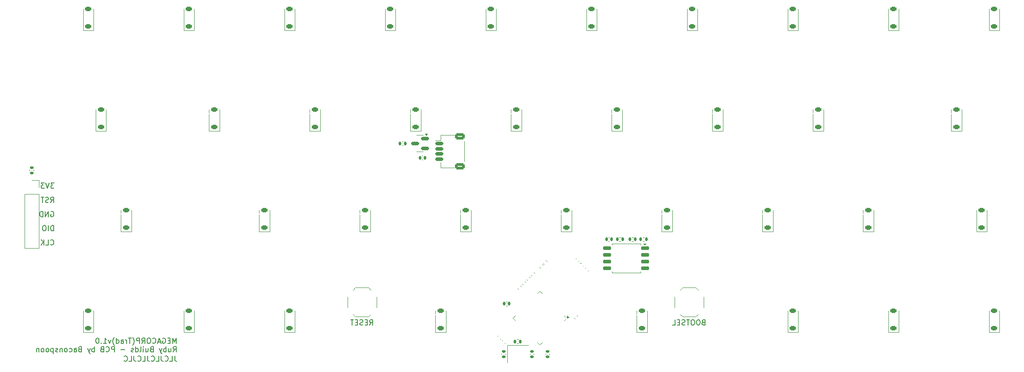
<source format=gbo>
%TF.GenerationSoftware,KiCad,Pcbnew,8.0.5*%
%TF.CreationDate,2024-10-22T20:51:29-04:00*%
%TF.ProjectId,trad,74726164-2e6b-4696-9361-645f70636258,rev?*%
%TF.SameCoordinates,PX1c62fe0PY650e7e0*%
%TF.FileFunction,Legend,Bot*%
%TF.FilePolarity,Positive*%
%FSLAX46Y46*%
G04 Gerber Fmt 4.6, Leading zero omitted, Abs format (unit mm)*
G04 Created by KiCad (PCBNEW 8.0.5) date 2024-10-22 20:51:29*
%MOMM*%
%LPD*%
G01*
G04 APERTURE LIST*
G04 Aperture macros list*
%AMRoundRect*
0 Rectangle with rounded corners*
0 $1 Rounding radius*
0 $2 $3 $4 $5 $6 $7 $8 $9 X,Y pos of 4 corners*
0 Add a 4 corners polygon primitive as box body*
4,1,4,$2,$3,$4,$5,$6,$7,$8,$9,$2,$3,0*
0 Add four circle primitives for the rounded corners*
1,1,$1+$1,$2,$3*
1,1,$1+$1,$4,$5*
1,1,$1+$1,$6,$7*
1,1,$1+$1,$8,$9*
0 Add four rect primitives between the rounded corners*
20,1,$1+$1,$2,$3,$4,$5,0*
20,1,$1+$1,$4,$5,$6,$7,0*
20,1,$1+$1,$6,$7,$8,$9,0*
20,1,$1+$1,$8,$9,$2,$3,0*%
%AMHorizOval*
0 Thick line with rounded ends*
0 $1 width*
0 $2 $3 position (X,Y) of the first rounded end (center of the circle)*
0 $4 $5 position (X,Y) of the second rounded end (center of the circle)*
0 Add line between two ends*
20,1,$1,$2,$3,$4,$5,0*
0 Add two circle primitives to create the rounded ends*
1,1,$1,$2,$3*
1,1,$1,$4,$5*%
%AMRotRect*
0 Rectangle, with rotation*
0 The origin of the aperture is its center*
0 $1 length*
0 $2 width*
0 $3 Rotation angle, in degrees counterclockwise*
0 Add horizontal line*
21,1,$1,$2,0,0,$3*%
G04 Aperture macros list end*
%ADD10C,0.150000*%
%ADD11C,0.120000*%
%ADD12C,1.750000*%
%ADD13C,4.000000*%
%ADD14HorizOval,2.500000X0.656270X0.728862X-0.656270X-0.728862X0*%
%ADD15C,2.500000*%
%ADD16HorizOval,2.500000X0.020277X0.289981X-0.020277X-0.289981X0*%
%ADD17C,3.987800*%
%ADD18C,3.048000*%
%ADD19RoundRect,0.140000X0.219203X0.021213X0.021213X0.219203X-0.219203X-0.021213X-0.021213X-0.219203X0*%
%ADD20RoundRect,0.225000X0.375000X-0.225000X0.375000X0.225000X-0.375000X0.225000X-0.375000X-0.225000X0*%
%ADD21RoundRect,0.140000X-0.021213X0.219203X-0.219203X0.021213X0.021213X-0.219203X0.219203X-0.021213X0*%
%ADD22R,1.700000X1.000000*%
%ADD23RoundRect,0.135000X-0.135000X-0.185000X0.135000X-0.185000X0.135000X0.185000X-0.135000X0.185000X0*%
%ADD24RoundRect,0.140000X0.140000X0.170000X-0.140000X0.170000X-0.140000X-0.170000X0.140000X-0.170000X0*%
%ADD25RoundRect,0.150000X0.650000X0.150000X-0.650000X0.150000X-0.650000X-0.150000X0.650000X-0.150000X0*%
%ADD26RoundRect,0.140000X0.170000X-0.140000X0.170000X0.140000X-0.170000X0.140000X-0.170000X-0.140000X0*%
%ADD27RoundRect,0.150000X0.587500X0.150000X-0.587500X0.150000X-0.587500X-0.150000X0.587500X-0.150000X0*%
%ADD28R,1.400000X1.200000*%
%ADD29RoundRect,0.135000X-0.226274X-0.035355X-0.035355X-0.226274X0.226274X0.035355X0.035355X0.226274X0*%
%ADD30RoundRect,0.140000X0.021213X-0.219203X0.219203X-0.021213X-0.021213X0.219203X-0.219203X0.021213X0*%
%ADD31R,1.700000X1.700000*%
%ADD32O,1.700000X1.700000*%
%ADD33RoundRect,0.140000X-0.170000X0.140000X-0.170000X-0.140000X0.170000X-0.140000X0.170000X0.140000X0*%
%ADD34RoundRect,0.150000X-0.625000X0.150000X-0.625000X-0.150000X0.625000X-0.150000X0.625000X0.150000X0*%
%ADD35RoundRect,0.250000X-0.650000X0.350000X-0.650000X-0.350000X0.650000X-0.350000X0.650000X0.350000X0*%
%ADD36RoundRect,0.140000X-0.140000X-0.170000X0.140000X-0.170000X0.140000X0.170000X-0.140000X0.170000X0*%
%ADD37RoundRect,0.135000X0.185000X-0.135000X0.185000X0.135000X-0.185000X0.135000X-0.185000X-0.135000X0*%
%ADD38RoundRect,0.140000X-0.219203X-0.021213X-0.021213X-0.219203X0.219203X0.021213X0.021213X0.219203X0*%
%ADD39RoundRect,0.050000X0.309359X-0.238649X-0.238649X0.309359X-0.309359X0.238649X0.238649X-0.309359X0*%
%ADD40RoundRect,0.050000X0.309359X0.238649X0.238649X0.309359X-0.309359X-0.238649X-0.238649X-0.309359X0*%
%ADD41RotRect,3.200000X3.200000X135.000000*%
G04 APERTURE END LIST*
D10*
X5390187Y29062226D02*
X5485425Y29109845D01*
X5485425Y29109845D02*
X5628282Y29109845D01*
X5628282Y29109845D02*
X5771139Y29062226D01*
X5771139Y29062226D02*
X5866377Y28966988D01*
X5866377Y28966988D02*
X5913996Y28871750D01*
X5913996Y28871750D02*
X5961615Y28681274D01*
X5961615Y28681274D02*
X5961615Y28538417D01*
X5961615Y28538417D02*
X5913996Y28347941D01*
X5913996Y28347941D02*
X5866377Y28252703D01*
X5866377Y28252703D02*
X5771139Y28157464D01*
X5771139Y28157464D02*
X5628282Y28109845D01*
X5628282Y28109845D02*
X5533044Y28109845D01*
X5533044Y28109845D02*
X5390187Y28157464D01*
X5390187Y28157464D02*
X5342568Y28205084D01*
X5342568Y28205084D02*
X5342568Y28538417D01*
X5342568Y28538417D02*
X5533044Y28538417D01*
X4913996Y28109845D02*
X4913996Y29109845D01*
X4913996Y29109845D02*
X4342568Y28109845D01*
X4342568Y28109845D02*
X4342568Y29109845D01*
X3866377Y28109845D02*
X3866377Y29109845D01*
X3866377Y29109845D02*
X3628282Y29109845D01*
X3628282Y29109845D02*
X3485425Y29062226D01*
X3485425Y29062226D02*
X3390187Y28966988D01*
X3390187Y28966988D02*
X3342568Y28871750D01*
X3342568Y28871750D02*
X3294949Y28681274D01*
X3294949Y28681274D02*
X3294949Y28538417D01*
X3294949Y28538417D02*
X3342568Y28347941D01*
X3342568Y28347941D02*
X3390187Y28252703D01*
X3390187Y28252703D02*
X3485425Y28157464D01*
X3485425Y28157464D02*
X3628282Y28109845D01*
X3628282Y28109845D02*
X3866377Y28109845D01*
X29131164Y4121373D02*
X29131164Y5121373D01*
X29131164Y5121373D02*
X28797831Y4407088D01*
X28797831Y4407088D02*
X28464498Y5121373D01*
X28464498Y5121373D02*
X28464498Y4121373D01*
X27988307Y4645183D02*
X27654974Y4645183D01*
X27512117Y4121373D02*
X27988307Y4121373D01*
X27988307Y4121373D02*
X27988307Y5121373D01*
X27988307Y5121373D02*
X27512117Y5121373D01*
X26559736Y5073754D02*
X26654974Y5121373D01*
X26654974Y5121373D02*
X26797831Y5121373D01*
X26797831Y5121373D02*
X26940688Y5073754D01*
X26940688Y5073754D02*
X27035926Y4978516D01*
X27035926Y4978516D02*
X27083545Y4883278D01*
X27083545Y4883278D02*
X27131164Y4692802D01*
X27131164Y4692802D02*
X27131164Y4549945D01*
X27131164Y4549945D02*
X27083545Y4359469D01*
X27083545Y4359469D02*
X27035926Y4264231D01*
X27035926Y4264231D02*
X26940688Y4168992D01*
X26940688Y4168992D02*
X26797831Y4121373D01*
X26797831Y4121373D02*
X26702593Y4121373D01*
X26702593Y4121373D02*
X26559736Y4168992D01*
X26559736Y4168992D02*
X26512117Y4216612D01*
X26512117Y4216612D02*
X26512117Y4549945D01*
X26512117Y4549945D02*
X26702593Y4549945D01*
X26131164Y4407088D02*
X25654974Y4407088D01*
X26226402Y4121373D02*
X25893069Y5121373D01*
X25893069Y5121373D02*
X25559736Y4121373D01*
X24654974Y4216612D02*
X24702593Y4168992D01*
X24702593Y4168992D02*
X24845450Y4121373D01*
X24845450Y4121373D02*
X24940688Y4121373D01*
X24940688Y4121373D02*
X25083545Y4168992D01*
X25083545Y4168992D02*
X25178783Y4264231D01*
X25178783Y4264231D02*
X25226402Y4359469D01*
X25226402Y4359469D02*
X25274021Y4549945D01*
X25274021Y4549945D02*
X25274021Y4692802D01*
X25274021Y4692802D02*
X25226402Y4883278D01*
X25226402Y4883278D02*
X25178783Y4978516D01*
X25178783Y4978516D02*
X25083545Y5073754D01*
X25083545Y5073754D02*
X24940688Y5121373D01*
X24940688Y5121373D02*
X24845450Y5121373D01*
X24845450Y5121373D02*
X24702593Y5073754D01*
X24702593Y5073754D02*
X24654974Y5026135D01*
X24035926Y5121373D02*
X23845450Y5121373D01*
X23845450Y5121373D02*
X23750212Y5073754D01*
X23750212Y5073754D02*
X23654974Y4978516D01*
X23654974Y4978516D02*
X23607355Y4788040D01*
X23607355Y4788040D02*
X23607355Y4454707D01*
X23607355Y4454707D02*
X23654974Y4264231D01*
X23654974Y4264231D02*
X23750212Y4168992D01*
X23750212Y4168992D02*
X23845450Y4121373D01*
X23845450Y4121373D02*
X24035926Y4121373D01*
X24035926Y4121373D02*
X24131164Y4168992D01*
X24131164Y4168992D02*
X24226402Y4264231D01*
X24226402Y4264231D02*
X24274021Y4454707D01*
X24274021Y4454707D02*
X24274021Y4788040D01*
X24274021Y4788040D02*
X24226402Y4978516D01*
X24226402Y4978516D02*
X24131164Y5073754D01*
X24131164Y5073754D02*
X24035926Y5121373D01*
X22607355Y4121373D02*
X22940688Y4597564D01*
X23178783Y4121373D02*
X23178783Y5121373D01*
X23178783Y5121373D02*
X22797831Y5121373D01*
X22797831Y5121373D02*
X22702593Y5073754D01*
X22702593Y5073754D02*
X22654974Y5026135D01*
X22654974Y5026135D02*
X22607355Y4930897D01*
X22607355Y4930897D02*
X22607355Y4788040D01*
X22607355Y4788040D02*
X22654974Y4692802D01*
X22654974Y4692802D02*
X22702593Y4645183D01*
X22702593Y4645183D02*
X22797831Y4597564D01*
X22797831Y4597564D02*
X23178783Y4597564D01*
X22178783Y4121373D02*
X22178783Y5121373D01*
X22178783Y5121373D02*
X21797831Y5121373D01*
X21797831Y5121373D02*
X21702593Y5073754D01*
X21702593Y5073754D02*
X21654974Y5026135D01*
X21654974Y5026135D02*
X21607355Y4930897D01*
X21607355Y4930897D02*
X21607355Y4788040D01*
X21607355Y4788040D02*
X21654974Y4692802D01*
X21654974Y4692802D02*
X21702593Y4645183D01*
X21702593Y4645183D02*
X21797831Y4597564D01*
X21797831Y4597564D02*
X22178783Y4597564D01*
X20893069Y3740421D02*
X20940688Y3788040D01*
X20940688Y3788040D02*
X21035926Y3930897D01*
X21035926Y3930897D02*
X21083545Y4026135D01*
X21083545Y4026135D02*
X21131164Y4168992D01*
X21131164Y4168992D02*
X21178783Y4407088D01*
X21178783Y4407088D02*
X21178783Y4597564D01*
X21178783Y4597564D02*
X21131164Y4835659D01*
X21131164Y4835659D02*
X21083545Y4978516D01*
X21083545Y4978516D02*
X21035926Y5073754D01*
X21035926Y5073754D02*
X20940688Y5216612D01*
X20940688Y5216612D02*
X20893069Y5264231D01*
X20654973Y5121373D02*
X20083545Y5121373D01*
X20369259Y4121373D02*
X20369259Y5121373D01*
X19750211Y4121373D02*
X19750211Y4788040D01*
X19750211Y4597564D02*
X19702592Y4692802D01*
X19702592Y4692802D02*
X19654973Y4740421D01*
X19654973Y4740421D02*
X19559735Y4788040D01*
X19559735Y4788040D02*
X19464497Y4788040D01*
X18702592Y4121373D02*
X18702592Y4645183D01*
X18702592Y4645183D02*
X18750211Y4740421D01*
X18750211Y4740421D02*
X18845449Y4788040D01*
X18845449Y4788040D02*
X19035925Y4788040D01*
X19035925Y4788040D02*
X19131163Y4740421D01*
X18702592Y4168992D02*
X18797830Y4121373D01*
X18797830Y4121373D02*
X19035925Y4121373D01*
X19035925Y4121373D02*
X19131163Y4168992D01*
X19131163Y4168992D02*
X19178782Y4264231D01*
X19178782Y4264231D02*
X19178782Y4359469D01*
X19178782Y4359469D02*
X19131163Y4454707D01*
X19131163Y4454707D02*
X19035925Y4502326D01*
X19035925Y4502326D02*
X18797830Y4502326D01*
X18797830Y4502326D02*
X18702592Y4549945D01*
X17797830Y4121373D02*
X17797830Y5121373D01*
X17797830Y4168992D02*
X17893068Y4121373D01*
X17893068Y4121373D02*
X18083544Y4121373D01*
X18083544Y4121373D02*
X18178782Y4168992D01*
X18178782Y4168992D02*
X18226401Y4216612D01*
X18226401Y4216612D02*
X18274020Y4311850D01*
X18274020Y4311850D02*
X18274020Y4597564D01*
X18274020Y4597564D02*
X18226401Y4692802D01*
X18226401Y4692802D02*
X18178782Y4740421D01*
X18178782Y4740421D02*
X18083544Y4788040D01*
X18083544Y4788040D02*
X17893068Y4788040D01*
X17893068Y4788040D02*
X17797830Y4740421D01*
X17416877Y3740421D02*
X17369258Y3788040D01*
X17369258Y3788040D02*
X17274020Y3930897D01*
X17274020Y3930897D02*
X17226401Y4026135D01*
X17226401Y4026135D02*
X17178782Y4168992D01*
X17178782Y4168992D02*
X17131163Y4407088D01*
X17131163Y4407088D02*
X17131163Y4597564D01*
X17131163Y4597564D02*
X17178782Y4835659D01*
X17178782Y4835659D02*
X17226401Y4978516D01*
X17226401Y4978516D02*
X17274020Y5073754D01*
X17274020Y5073754D02*
X17369258Y5216612D01*
X17369258Y5216612D02*
X17416877Y5264231D01*
X16750210Y4788040D02*
X16512115Y4121373D01*
X16512115Y4121373D02*
X16274020Y4788040D01*
X15369258Y4121373D02*
X15940686Y4121373D01*
X15654972Y4121373D02*
X15654972Y5121373D01*
X15654972Y5121373D02*
X15750210Y4978516D01*
X15750210Y4978516D02*
X15845448Y4883278D01*
X15845448Y4883278D02*
X15940686Y4835659D01*
X14940686Y4216612D02*
X14893067Y4168992D01*
X14893067Y4168992D02*
X14940686Y4121373D01*
X14940686Y4121373D02*
X14988305Y4168992D01*
X14988305Y4168992D02*
X14940686Y4216612D01*
X14940686Y4216612D02*
X14940686Y4121373D01*
X14274020Y5121373D02*
X14178782Y5121373D01*
X14178782Y5121373D02*
X14083544Y5073754D01*
X14083544Y5073754D02*
X14035925Y5026135D01*
X14035925Y5026135D02*
X13988306Y4930897D01*
X13988306Y4930897D02*
X13940687Y4740421D01*
X13940687Y4740421D02*
X13940687Y4502326D01*
X13940687Y4502326D02*
X13988306Y4311850D01*
X13988306Y4311850D02*
X14035925Y4216612D01*
X14035925Y4216612D02*
X14083544Y4168992D01*
X14083544Y4168992D02*
X14178782Y4121373D01*
X14178782Y4121373D02*
X14274020Y4121373D01*
X14274020Y4121373D02*
X14369258Y4168992D01*
X14369258Y4168992D02*
X14416877Y4216612D01*
X14416877Y4216612D02*
X14464496Y4311850D01*
X14464496Y4311850D02*
X14512115Y4502326D01*
X14512115Y4502326D02*
X14512115Y4740421D01*
X14512115Y4740421D02*
X14464496Y4930897D01*
X14464496Y4930897D02*
X14416877Y5026135D01*
X14416877Y5026135D02*
X14369258Y5073754D01*
X14369258Y5073754D02*
X14274020Y5121373D01*
X28559736Y2511429D02*
X28893069Y2987620D01*
X29131164Y2511429D02*
X29131164Y3511429D01*
X29131164Y3511429D02*
X28750212Y3511429D01*
X28750212Y3511429D02*
X28654974Y3463810D01*
X28654974Y3463810D02*
X28607355Y3416191D01*
X28607355Y3416191D02*
X28559736Y3320953D01*
X28559736Y3320953D02*
X28559736Y3178096D01*
X28559736Y3178096D02*
X28607355Y3082858D01*
X28607355Y3082858D02*
X28654974Y3035239D01*
X28654974Y3035239D02*
X28750212Y2987620D01*
X28750212Y2987620D02*
X29131164Y2987620D01*
X27702593Y3178096D02*
X27702593Y2511429D01*
X28131164Y3178096D02*
X28131164Y2654287D01*
X28131164Y2654287D02*
X28083545Y2559048D01*
X28083545Y2559048D02*
X27988307Y2511429D01*
X27988307Y2511429D02*
X27845450Y2511429D01*
X27845450Y2511429D02*
X27750212Y2559048D01*
X27750212Y2559048D02*
X27702593Y2606668D01*
X27226402Y2511429D02*
X27226402Y3511429D01*
X27226402Y3130477D02*
X27131164Y3178096D01*
X27131164Y3178096D02*
X26940688Y3178096D01*
X26940688Y3178096D02*
X26845450Y3130477D01*
X26845450Y3130477D02*
X26797831Y3082858D01*
X26797831Y3082858D02*
X26750212Y2987620D01*
X26750212Y2987620D02*
X26750212Y2701906D01*
X26750212Y2701906D02*
X26797831Y2606668D01*
X26797831Y2606668D02*
X26845450Y2559048D01*
X26845450Y2559048D02*
X26940688Y2511429D01*
X26940688Y2511429D02*
X27131164Y2511429D01*
X27131164Y2511429D02*
X27226402Y2559048D01*
X26416878Y3178096D02*
X26178783Y2511429D01*
X25940688Y3178096D02*
X26178783Y2511429D01*
X26178783Y2511429D02*
X26274021Y2273334D01*
X26274021Y2273334D02*
X26321640Y2225715D01*
X26321640Y2225715D02*
X26416878Y2178096D01*
X24464497Y3035239D02*
X24321640Y2987620D01*
X24321640Y2987620D02*
X24274021Y2940001D01*
X24274021Y2940001D02*
X24226402Y2844763D01*
X24226402Y2844763D02*
X24226402Y2701906D01*
X24226402Y2701906D02*
X24274021Y2606668D01*
X24274021Y2606668D02*
X24321640Y2559048D01*
X24321640Y2559048D02*
X24416878Y2511429D01*
X24416878Y2511429D02*
X24797830Y2511429D01*
X24797830Y2511429D02*
X24797830Y3511429D01*
X24797830Y3511429D02*
X24464497Y3511429D01*
X24464497Y3511429D02*
X24369259Y3463810D01*
X24369259Y3463810D02*
X24321640Y3416191D01*
X24321640Y3416191D02*
X24274021Y3320953D01*
X24274021Y3320953D02*
X24274021Y3225715D01*
X24274021Y3225715D02*
X24321640Y3130477D01*
X24321640Y3130477D02*
X24369259Y3082858D01*
X24369259Y3082858D02*
X24464497Y3035239D01*
X24464497Y3035239D02*
X24797830Y3035239D01*
X23369259Y3178096D02*
X23369259Y2511429D01*
X23797830Y3178096D02*
X23797830Y2654287D01*
X23797830Y2654287D02*
X23750211Y2559048D01*
X23750211Y2559048D02*
X23654973Y2511429D01*
X23654973Y2511429D02*
X23512116Y2511429D01*
X23512116Y2511429D02*
X23416878Y2559048D01*
X23416878Y2559048D02*
X23369259Y2606668D01*
X22893068Y2511429D02*
X22893068Y3178096D01*
X22893068Y3511429D02*
X22940687Y3463810D01*
X22940687Y3463810D02*
X22893068Y3416191D01*
X22893068Y3416191D02*
X22845449Y3463810D01*
X22845449Y3463810D02*
X22893068Y3511429D01*
X22893068Y3511429D02*
X22893068Y3416191D01*
X22274021Y2511429D02*
X22369259Y2559048D01*
X22369259Y2559048D02*
X22416878Y2654287D01*
X22416878Y2654287D02*
X22416878Y3511429D01*
X21464497Y2511429D02*
X21464497Y3511429D01*
X21464497Y2559048D02*
X21559735Y2511429D01*
X21559735Y2511429D02*
X21750211Y2511429D01*
X21750211Y2511429D02*
X21845449Y2559048D01*
X21845449Y2559048D02*
X21893068Y2606668D01*
X21893068Y2606668D02*
X21940687Y2701906D01*
X21940687Y2701906D02*
X21940687Y2987620D01*
X21940687Y2987620D02*
X21893068Y3082858D01*
X21893068Y3082858D02*
X21845449Y3130477D01*
X21845449Y3130477D02*
X21750211Y3178096D01*
X21750211Y3178096D02*
X21559735Y3178096D01*
X21559735Y3178096D02*
X21464497Y3130477D01*
X21035925Y2559048D02*
X20940687Y2511429D01*
X20940687Y2511429D02*
X20750211Y2511429D01*
X20750211Y2511429D02*
X20654973Y2559048D01*
X20654973Y2559048D02*
X20607354Y2654287D01*
X20607354Y2654287D02*
X20607354Y2701906D01*
X20607354Y2701906D02*
X20654973Y2797144D01*
X20654973Y2797144D02*
X20750211Y2844763D01*
X20750211Y2844763D02*
X20893068Y2844763D01*
X20893068Y2844763D02*
X20988306Y2892382D01*
X20988306Y2892382D02*
X21035925Y2987620D01*
X21035925Y2987620D02*
X21035925Y3035239D01*
X21035925Y3035239D02*
X20988306Y3130477D01*
X20988306Y3130477D02*
X20893068Y3178096D01*
X20893068Y3178096D02*
X20750211Y3178096D01*
X20750211Y3178096D02*
X20654973Y3130477D01*
X19416877Y2892382D02*
X18654973Y2892382D01*
X17416877Y2511429D02*
X17416877Y3511429D01*
X17416877Y3511429D02*
X17035925Y3511429D01*
X17035925Y3511429D02*
X16940687Y3463810D01*
X16940687Y3463810D02*
X16893068Y3416191D01*
X16893068Y3416191D02*
X16845449Y3320953D01*
X16845449Y3320953D02*
X16845449Y3178096D01*
X16845449Y3178096D02*
X16893068Y3082858D01*
X16893068Y3082858D02*
X16940687Y3035239D01*
X16940687Y3035239D02*
X17035925Y2987620D01*
X17035925Y2987620D02*
X17416877Y2987620D01*
X15845449Y2606668D02*
X15893068Y2559048D01*
X15893068Y2559048D02*
X16035925Y2511429D01*
X16035925Y2511429D02*
X16131163Y2511429D01*
X16131163Y2511429D02*
X16274020Y2559048D01*
X16274020Y2559048D02*
X16369258Y2654287D01*
X16369258Y2654287D02*
X16416877Y2749525D01*
X16416877Y2749525D02*
X16464496Y2940001D01*
X16464496Y2940001D02*
X16464496Y3082858D01*
X16464496Y3082858D02*
X16416877Y3273334D01*
X16416877Y3273334D02*
X16369258Y3368572D01*
X16369258Y3368572D02*
X16274020Y3463810D01*
X16274020Y3463810D02*
X16131163Y3511429D01*
X16131163Y3511429D02*
X16035925Y3511429D01*
X16035925Y3511429D02*
X15893068Y3463810D01*
X15893068Y3463810D02*
X15845449Y3416191D01*
X15083544Y3035239D02*
X14940687Y2987620D01*
X14940687Y2987620D02*
X14893068Y2940001D01*
X14893068Y2940001D02*
X14845449Y2844763D01*
X14845449Y2844763D02*
X14845449Y2701906D01*
X14845449Y2701906D02*
X14893068Y2606668D01*
X14893068Y2606668D02*
X14940687Y2559048D01*
X14940687Y2559048D02*
X15035925Y2511429D01*
X15035925Y2511429D02*
X15416877Y2511429D01*
X15416877Y2511429D02*
X15416877Y3511429D01*
X15416877Y3511429D02*
X15083544Y3511429D01*
X15083544Y3511429D02*
X14988306Y3463810D01*
X14988306Y3463810D02*
X14940687Y3416191D01*
X14940687Y3416191D02*
X14893068Y3320953D01*
X14893068Y3320953D02*
X14893068Y3225715D01*
X14893068Y3225715D02*
X14940687Y3130477D01*
X14940687Y3130477D02*
X14988306Y3082858D01*
X14988306Y3082858D02*
X15083544Y3035239D01*
X15083544Y3035239D02*
X15416877Y3035239D01*
X13654972Y2511429D02*
X13654972Y3511429D01*
X13654972Y3130477D02*
X13559734Y3178096D01*
X13559734Y3178096D02*
X13369258Y3178096D01*
X13369258Y3178096D02*
X13274020Y3130477D01*
X13274020Y3130477D02*
X13226401Y3082858D01*
X13226401Y3082858D02*
X13178782Y2987620D01*
X13178782Y2987620D02*
X13178782Y2701906D01*
X13178782Y2701906D02*
X13226401Y2606668D01*
X13226401Y2606668D02*
X13274020Y2559048D01*
X13274020Y2559048D02*
X13369258Y2511429D01*
X13369258Y2511429D02*
X13559734Y2511429D01*
X13559734Y2511429D02*
X13654972Y2559048D01*
X12845448Y3178096D02*
X12607353Y2511429D01*
X12369258Y3178096D02*
X12607353Y2511429D01*
X12607353Y2511429D02*
X12702591Y2273334D01*
X12702591Y2273334D02*
X12750210Y2225715D01*
X12750210Y2225715D02*
X12845448Y2178096D01*
X10893067Y3035239D02*
X10750210Y2987620D01*
X10750210Y2987620D02*
X10702591Y2940001D01*
X10702591Y2940001D02*
X10654972Y2844763D01*
X10654972Y2844763D02*
X10654972Y2701906D01*
X10654972Y2701906D02*
X10702591Y2606668D01*
X10702591Y2606668D02*
X10750210Y2559048D01*
X10750210Y2559048D02*
X10845448Y2511429D01*
X10845448Y2511429D02*
X11226400Y2511429D01*
X11226400Y2511429D02*
X11226400Y3511429D01*
X11226400Y3511429D02*
X10893067Y3511429D01*
X10893067Y3511429D02*
X10797829Y3463810D01*
X10797829Y3463810D02*
X10750210Y3416191D01*
X10750210Y3416191D02*
X10702591Y3320953D01*
X10702591Y3320953D02*
X10702591Y3225715D01*
X10702591Y3225715D02*
X10750210Y3130477D01*
X10750210Y3130477D02*
X10797829Y3082858D01*
X10797829Y3082858D02*
X10893067Y3035239D01*
X10893067Y3035239D02*
X11226400Y3035239D01*
X9797829Y2511429D02*
X9797829Y3035239D01*
X9797829Y3035239D02*
X9845448Y3130477D01*
X9845448Y3130477D02*
X9940686Y3178096D01*
X9940686Y3178096D02*
X10131162Y3178096D01*
X10131162Y3178096D02*
X10226400Y3130477D01*
X9797829Y2559048D02*
X9893067Y2511429D01*
X9893067Y2511429D02*
X10131162Y2511429D01*
X10131162Y2511429D02*
X10226400Y2559048D01*
X10226400Y2559048D02*
X10274019Y2654287D01*
X10274019Y2654287D02*
X10274019Y2749525D01*
X10274019Y2749525D02*
X10226400Y2844763D01*
X10226400Y2844763D02*
X10131162Y2892382D01*
X10131162Y2892382D02*
X9893067Y2892382D01*
X9893067Y2892382D02*
X9797829Y2940001D01*
X8893067Y2559048D02*
X8988305Y2511429D01*
X8988305Y2511429D02*
X9178781Y2511429D01*
X9178781Y2511429D02*
X9274019Y2559048D01*
X9274019Y2559048D02*
X9321638Y2606668D01*
X9321638Y2606668D02*
X9369257Y2701906D01*
X9369257Y2701906D02*
X9369257Y2987620D01*
X9369257Y2987620D02*
X9321638Y3082858D01*
X9321638Y3082858D02*
X9274019Y3130477D01*
X9274019Y3130477D02*
X9178781Y3178096D01*
X9178781Y3178096D02*
X8988305Y3178096D01*
X8988305Y3178096D02*
X8893067Y3130477D01*
X8321638Y2511429D02*
X8416876Y2559048D01*
X8416876Y2559048D02*
X8464495Y2606668D01*
X8464495Y2606668D02*
X8512114Y2701906D01*
X8512114Y2701906D02*
X8512114Y2987620D01*
X8512114Y2987620D02*
X8464495Y3082858D01*
X8464495Y3082858D02*
X8416876Y3130477D01*
X8416876Y3130477D02*
X8321638Y3178096D01*
X8321638Y3178096D02*
X8178781Y3178096D01*
X8178781Y3178096D02*
X8083543Y3130477D01*
X8083543Y3130477D02*
X8035924Y3082858D01*
X8035924Y3082858D02*
X7988305Y2987620D01*
X7988305Y2987620D02*
X7988305Y2701906D01*
X7988305Y2701906D02*
X8035924Y2606668D01*
X8035924Y2606668D02*
X8083543Y2559048D01*
X8083543Y2559048D02*
X8178781Y2511429D01*
X8178781Y2511429D02*
X8321638Y2511429D01*
X7559733Y3178096D02*
X7559733Y2511429D01*
X7559733Y3082858D02*
X7512114Y3130477D01*
X7512114Y3130477D02*
X7416876Y3178096D01*
X7416876Y3178096D02*
X7274019Y3178096D01*
X7274019Y3178096D02*
X7178781Y3130477D01*
X7178781Y3130477D02*
X7131162Y3035239D01*
X7131162Y3035239D02*
X7131162Y2511429D01*
X6702590Y2559048D02*
X6607352Y2511429D01*
X6607352Y2511429D02*
X6416876Y2511429D01*
X6416876Y2511429D02*
X6321638Y2559048D01*
X6321638Y2559048D02*
X6274019Y2654287D01*
X6274019Y2654287D02*
X6274019Y2701906D01*
X6274019Y2701906D02*
X6321638Y2797144D01*
X6321638Y2797144D02*
X6416876Y2844763D01*
X6416876Y2844763D02*
X6559733Y2844763D01*
X6559733Y2844763D02*
X6654971Y2892382D01*
X6654971Y2892382D02*
X6702590Y2987620D01*
X6702590Y2987620D02*
X6702590Y3035239D01*
X6702590Y3035239D02*
X6654971Y3130477D01*
X6654971Y3130477D02*
X6559733Y3178096D01*
X6559733Y3178096D02*
X6416876Y3178096D01*
X6416876Y3178096D02*
X6321638Y3130477D01*
X5845447Y3178096D02*
X5845447Y2178096D01*
X5845447Y3130477D02*
X5750209Y3178096D01*
X5750209Y3178096D02*
X5559733Y3178096D01*
X5559733Y3178096D02*
X5464495Y3130477D01*
X5464495Y3130477D02*
X5416876Y3082858D01*
X5416876Y3082858D02*
X5369257Y2987620D01*
X5369257Y2987620D02*
X5369257Y2701906D01*
X5369257Y2701906D02*
X5416876Y2606668D01*
X5416876Y2606668D02*
X5464495Y2559048D01*
X5464495Y2559048D02*
X5559733Y2511429D01*
X5559733Y2511429D02*
X5750209Y2511429D01*
X5750209Y2511429D02*
X5845447Y2559048D01*
X4797828Y2511429D02*
X4893066Y2559048D01*
X4893066Y2559048D02*
X4940685Y2606668D01*
X4940685Y2606668D02*
X4988304Y2701906D01*
X4988304Y2701906D02*
X4988304Y2987620D01*
X4988304Y2987620D02*
X4940685Y3082858D01*
X4940685Y3082858D02*
X4893066Y3130477D01*
X4893066Y3130477D02*
X4797828Y3178096D01*
X4797828Y3178096D02*
X4654971Y3178096D01*
X4654971Y3178096D02*
X4559733Y3130477D01*
X4559733Y3130477D02*
X4512114Y3082858D01*
X4512114Y3082858D02*
X4464495Y2987620D01*
X4464495Y2987620D02*
X4464495Y2701906D01*
X4464495Y2701906D02*
X4512114Y2606668D01*
X4512114Y2606668D02*
X4559733Y2559048D01*
X4559733Y2559048D02*
X4654971Y2511429D01*
X4654971Y2511429D02*
X4797828Y2511429D01*
X3893066Y2511429D02*
X3988304Y2559048D01*
X3988304Y2559048D02*
X4035923Y2606668D01*
X4035923Y2606668D02*
X4083542Y2701906D01*
X4083542Y2701906D02*
X4083542Y2987620D01*
X4083542Y2987620D02*
X4035923Y3082858D01*
X4035923Y3082858D02*
X3988304Y3130477D01*
X3988304Y3130477D02*
X3893066Y3178096D01*
X3893066Y3178096D02*
X3750209Y3178096D01*
X3750209Y3178096D02*
X3654971Y3130477D01*
X3654971Y3130477D02*
X3607352Y3082858D01*
X3607352Y3082858D02*
X3559733Y2987620D01*
X3559733Y2987620D02*
X3559733Y2701906D01*
X3559733Y2701906D02*
X3607352Y2606668D01*
X3607352Y2606668D02*
X3654971Y2559048D01*
X3654971Y2559048D02*
X3750209Y2511429D01*
X3750209Y2511429D02*
X3893066Y2511429D01*
X3131161Y3178096D02*
X3131161Y2511429D01*
X3131161Y3082858D02*
X3083542Y3130477D01*
X3083542Y3130477D02*
X2988304Y3178096D01*
X2988304Y3178096D02*
X2845447Y3178096D01*
X2845447Y3178096D02*
X2750209Y3130477D01*
X2750209Y3130477D02*
X2702590Y3035239D01*
X2702590Y3035239D02*
X2702590Y2511429D01*
X65746077Y7581893D02*
X66079410Y8058084D01*
X66317505Y7581893D02*
X66317505Y8581893D01*
X66317505Y8581893D02*
X65936553Y8581893D01*
X65936553Y8581893D02*
X65841315Y8534274D01*
X65841315Y8534274D02*
X65793696Y8486655D01*
X65793696Y8486655D02*
X65746077Y8391417D01*
X65746077Y8391417D02*
X65746077Y8248560D01*
X65746077Y8248560D02*
X65793696Y8153322D01*
X65793696Y8153322D02*
X65841315Y8105703D01*
X65841315Y8105703D02*
X65936553Y8058084D01*
X65936553Y8058084D02*
X66317505Y8058084D01*
X65317505Y8105703D02*
X64984172Y8105703D01*
X64841315Y7581893D02*
X65317505Y7581893D01*
X65317505Y7581893D02*
X65317505Y8581893D01*
X65317505Y8581893D02*
X64841315Y8581893D01*
X64460362Y7629512D02*
X64317505Y7581893D01*
X64317505Y7581893D02*
X64079410Y7581893D01*
X64079410Y7581893D02*
X63984172Y7629512D01*
X63984172Y7629512D02*
X63936553Y7677132D01*
X63936553Y7677132D02*
X63888934Y7772370D01*
X63888934Y7772370D02*
X63888934Y7867608D01*
X63888934Y7867608D02*
X63936553Y7962846D01*
X63936553Y7962846D02*
X63984172Y8010465D01*
X63984172Y8010465D02*
X64079410Y8058084D01*
X64079410Y8058084D02*
X64269886Y8105703D01*
X64269886Y8105703D02*
X64365124Y8153322D01*
X64365124Y8153322D02*
X64412743Y8200941D01*
X64412743Y8200941D02*
X64460362Y8296179D01*
X64460362Y8296179D02*
X64460362Y8391417D01*
X64460362Y8391417D02*
X64412743Y8486655D01*
X64412743Y8486655D02*
X64365124Y8534274D01*
X64365124Y8534274D02*
X64269886Y8581893D01*
X64269886Y8581893D02*
X64031791Y8581893D01*
X64031791Y8581893D02*
X63888934Y8534274D01*
X63460362Y8105703D02*
X63127029Y8105703D01*
X62984172Y7581893D02*
X63460362Y7581893D01*
X63460362Y7581893D02*
X63460362Y8581893D01*
X63460362Y8581893D02*
X62984172Y8581893D01*
X62698457Y8581893D02*
X62127029Y8581893D01*
X62412743Y7581893D02*
X62412743Y8581893D01*
X28845450Y1725493D02*
X28845450Y1011208D01*
X28845450Y1011208D02*
X28893069Y868351D01*
X28893069Y868351D02*
X28988307Y773112D01*
X28988307Y773112D02*
X29131164Y725493D01*
X29131164Y725493D02*
X29226402Y725493D01*
X27893069Y725493D02*
X28369259Y725493D01*
X28369259Y725493D02*
X28369259Y1725493D01*
X26988307Y820732D02*
X27035926Y773112D01*
X27035926Y773112D02*
X27178783Y725493D01*
X27178783Y725493D02*
X27274021Y725493D01*
X27274021Y725493D02*
X27416878Y773112D01*
X27416878Y773112D02*
X27512116Y868351D01*
X27512116Y868351D02*
X27559735Y963589D01*
X27559735Y963589D02*
X27607354Y1154065D01*
X27607354Y1154065D02*
X27607354Y1296922D01*
X27607354Y1296922D02*
X27559735Y1487398D01*
X27559735Y1487398D02*
X27512116Y1582636D01*
X27512116Y1582636D02*
X27416878Y1677874D01*
X27416878Y1677874D02*
X27274021Y1725493D01*
X27274021Y1725493D02*
X27178783Y1725493D01*
X27178783Y1725493D02*
X27035926Y1677874D01*
X27035926Y1677874D02*
X26988307Y1630255D01*
X26274021Y1725493D02*
X26274021Y1011208D01*
X26274021Y1011208D02*
X26321640Y868351D01*
X26321640Y868351D02*
X26416878Y773112D01*
X26416878Y773112D02*
X26559735Y725493D01*
X26559735Y725493D02*
X26654973Y725493D01*
X25321640Y725493D02*
X25797830Y725493D01*
X25797830Y725493D02*
X25797830Y1725493D01*
X24416878Y820732D02*
X24464497Y773112D01*
X24464497Y773112D02*
X24607354Y725493D01*
X24607354Y725493D02*
X24702592Y725493D01*
X24702592Y725493D02*
X24845449Y773112D01*
X24845449Y773112D02*
X24940687Y868351D01*
X24940687Y868351D02*
X24988306Y963589D01*
X24988306Y963589D02*
X25035925Y1154065D01*
X25035925Y1154065D02*
X25035925Y1296922D01*
X25035925Y1296922D02*
X24988306Y1487398D01*
X24988306Y1487398D02*
X24940687Y1582636D01*
X24940687Y1582636D02*
X24845449Y1677874D01*
X24845449Y1677874D02*
X24702592Y1725493D01*
X24702592Y1725493D02*
X24607354Y1725493D01*
X24607354Y1725493D02*
X24464497Y1677874D01*
X24464497Y1677874D02*
X24416878Y1630255D01*
X23702592Y1725493D02*
X23702592Y1011208D01*
X23702592Y1011208D02*
X23750211Y868351D01*
X23750211Y868351D02*
X23845449Y773112D01*
X23845449Y773112D02*
X23988306Y725493D01*
X23988306Y725493D02*
X24083544Y725493D01*
X22750211Y725493D02*
X23226401Y725493D01*
X23226401Y725493D02*
X23226401Y1725493D01*
X21845449Y820732D02*
X21893068Y773112D01*
X21893068Y773112D02*
X22035925Y725493D01*
X22035925Y725493D02*
X22131163Y725493D01*
X22131163Y725493D02*
X22274020Y773112D01*
X22274020Y773112D02*
X22369258Y868351D01*
X22369258Y868351D02*
X22416877Y963589D01*
X22416877Y963589D02*
X22464496Y1154065D01*
X22464496Y1154065D02*
X22464496Y1296922D01*
X22464496Y1296922D02*
X22416877Y1487398D01*
X22416877Y1487398D02*
X22369258Y1582636D01*
X22369258Y1582636D02*
X22274020Y1677874D01*
X22274020Y1677874D02*
X22131163Y1725493D01*
X22131163Y1725493D02*
X22035925Y1725493D01*
X22035925Y1725493D02*
X21893068Y1677874D01*
X21893068Y1677874D02*
X21845449Y1630255D01*
X21131163Y1725493D02*
X21131163Y1011208D01*
X21131163Y1011208D02*
X21178782Y868351D01*
X21178782Y868351D02*
X21274020Y773112D01*
X21274020Y773112D02*
X21416877Y725493D01*
X21416877Y725493D02*
X21512115Y725493D01*
X20178782Y725493D02*
X20654972Y725493D01*
X20654972Y725493D02*
X20654972Y1725493D01*
X19274020Y820732D02*
X19321639Y773112D01*
X19321639Y773112D02*
X19464496Y725493D01*
X19464496Y725493D02*
X19559734Y725493D01*
X19559734Y725493D02*
X19702591Y773112D01*
X19702591Y773112D02*
X19797829Y868351D01*
X19797829Y868351D02*
X19845448Y963589D01*
X19845448Y963589D02*
X19893067Y1154065D01*
X19893067Y1154065D02*
X19893067Y1296922D01*
X19893067Y1296922D02*
X19845448Y1487398D01*
X19845448Y1487398D02*
X19797829Y1582636D01*
X19797829Y1582636D02*
X19702591Y1677874D01*
X19702591Y1677874D02*
X19559734Y1725493D01*
X19559734Y1725493D02*
X19464496Y1725493D01*
X19464496Y1725493D02*
X19321639Y1677874D01*
X19321639Y1677874D02*
X19274020Y1630255D01*
X6009234Y34467653D02*
X5390187Y34467653D01*
X5390187Y34467653D02*
X5723520Y34086701D01*
X5723520Y34086701D02*
X5580663Y34086701D01*
X5580663Y34086701D02*
X5485425Y34039082D01*
X5485425Y34039082D02*
X5437806Y33991463D01*
X5437806Y33991463D02*
X5390187Y33896225D01*
X5390187Y33896225D02*
X5390187Y33658130D01*
X5390187Y33658130D02*
X5437806Y33562892D01*
X5437806Y33562892D02*
X5485425Y33515272D01*
X5485425Y33515272D02*
X5580663Y33467653D01*
X5580663Y33467653D02*
X5866377Y33467653D01*
X5866377Y33467653D02*
X5961615Y33515272D01*
X5961615Y33515272D02*
X6009234Y33562892D01*
X5104472Y34467653D02*
X4771139Y33467653D01*
X4771139Y33467653D02*
X4437806Y34467653D01*
X4199710Y34467653D02*
X3580663Y34467653D01*
X3580663Y34467653D02*
X3913996Y34086701D01*
X3913996Y34086701D02*
X3771139Y34086701D01*
X3771139Y34086701D02*
X3675901Y34039082D01*
X3675901Y34039082D02*
X3628282Y33991463D01*
X3628282Y33991463D02*
X3580663Y33896225D01*
X3580663Y33896225D02*
X3580663Y33658130D01*
X3580663Y33658130D02*
X3628282Y33562892D01*
X3628282Y33562892D02*
X3675901Y33515272D01*
X3675901Y33515272D02*
X3771139Y33467653D01*
X3771139Y33467653D02*
X4056853Y33467653D01*
X4056853Y33467653D02*
X4152091Y33515272D01*
X4152091Y33515272D02*
X4199710Y33562892D01*
X5342568Y22847276D02*
X5390187Y22799656D01*
X5390187Y22799656D02*
X5533044Y22752037D01*
X5533044Y22752037D02*
X5628282Y22752037D01*
X5628282Y22752037D02*
X5771139Y22799656D01*
X5771139Y22799656D02*
X5866377Y22894895D01*
X5866377Y22894895D02*
X5913996Y22990133D01*
X5913996Y22990133D02*
X5961615Y23180609D01*
X5961615Y23180609D02*
X5961615Y23323466D01*
X5961615Y23323466D02*
X5913996Y23513942D01*
X5913996Y23513942D02*
X5866377Y23609180D01*
X5866377Y23609180D02*
X5771139Y23704418D01*
X5771139Y23704418D02*
X5628282Y23752037D01*
X5628282Y23752037D02*
X5533044Y23752037D01*
X5533044Y23752037D02*
X5390187Y23704418D01*
X5390187Y23704418D02*
X5342568Y23656799D01*
X4437806Y22752037D02*
X4913996Y22752037D01*
X4913996Y22752037D02*
X4913996Y23752037D01*
X4104472Y22752037D02*
X4104472Y23752037D01*
X3533044Y22752037D02*
X3961615Y23323466D01*
X3533044Y23752037D02*
X4104472Y23180609D01*
X5913996Y25430941D02*
X5913996Y26430941D01*
X5913996Y26430941D02*
X5675901Y26430941D01*
X5675901Y26430941D02*
X5533044Y26383322D01*
X5533044Y26383322D02*
X5437806Y26288084D01*
X5437806Y26288084D02*
X5390187Y26192846D01*
X5390187Y26192846D02*
X5342568Y26002370D01*
X5342568Y26002370D02*
X5342568Y25859513D01*
X5342568Y25859513D02*
X5390187Y25669037D01*
X5390187Y25669037D02*
X5437806Y25573799D01*
X5437806Y25573799D02*
X5533044Y25478560D01*
X5533044Y25478560D02*
X5675901Y25430941D01*
X5675901Y25430941D02*
X5913996Y25430941D01*
X4913996Y25430941D02*
X4913996Y26430941D01*
X4247330Y26430941D02*
X4056854Y26430941D01*
X4056854Y26430941D02*
X3961616Y26383322D01*
X3961616Y26383322D02*
X3866378Y26288084D01*
X3866378Y26288084D02*
X3818759Y26097608D01*
X3818759Y26097608D02*
X3818759Y25764275D01*
X3818759Y25764275D02*
X3866378Y25573799D01*
X3866378Y25573799D02*
X3961616Y25478560D01*
X3961616Y25478560D02*
X4056854Y25430941D01*
X4056854Y25430941D02*
X4247330Y25430941D01*
X4247330Y25430941D02*
X4342568Y25478560D01*
X4342568Y25478560D02*
X4437806Y25573799D01*
X4437806Y25573799D02*
X4485425Y25764275D01*
X4485425Y25764275D02*
X4485425Y26097608D01*
X4485425Y26097608D02*
X4437806Y26288084D01*
X4437806Y26288084D02*
X4342568Y26383322D01*
X4342568Y26383322D02*
X4247330Y26430941D01*
X5342568Y30788749D02*
X5675901Y31264940D01*
X5913996Y30788749D02*
X5913996Y31788749D01*
X5913996Y31788749D02*
X5533044Y31788749D01*
X5533044Y31788749D02*
X5437806Y31741130D01*
X5437806Y31741130D02*
X5390187Y31693511D01*
X5390187Y31693511D02*
X5342568Y31598273D01*
X5342568Y31598273D02*
X5342568Y31455416D01*
X5342568Y31455416D02*
X5390187Y31360178D01*
X5390187Y31360178D02*
X5437806Y31312559D01*
X5437806Y31312559D02*
X5533044Y31264940D01*
X5533044Y31264940D02*
X5913996Y31264940D01*
X4961615Y30836368D02*
X4818758Y30788749D01*
X4818758Y30788749D02*
X4580663Y30788749D01*
X4580663Y30788749D02*
X4485425Y30836368D01*
X4485425Y30836368D02*
X4437806Y30883988D01*
X4437806Y30883988D02*
X4390187Y30979226D01*
X4390187Y30979226D02*
X4390187Y31074464D01*
X4390187Y31074464D02*
X4437806Y31169702D01*
X4437806Y31169702D02*
X4485425Y31217321D01*
X4485425Y31217321D02*
X4580663Y31264940D01*
X4580663Y31264940D02*
X4771139Y31312559D01*
X4771139Y31312559D02*
X4866377Y31360178D01*
X4866377Y31360178D02*
X4913996Y31407797D01*
X4913996Y31407797D02*
X4961615Y31503035D01*
X4961615Y31503035D02*
X4961615Y31598273D01*
X4961615Y31598273D02*
X4913996Y31693511D01*
X4913996Y31693511D02*
X4866377Y31741130D01*
X4866377Y31741130D02*
X4771139Y31788749D01*
X4771139Y31788749D02*
X4533044Y31788749D01*
X4533044Y31788749D02*
X4390187Y31741130D01*
X4104472Y31788749D02*
X3533044Y31788749D01*
X3818758Y30788749D02*
X3818758Y31788749D01*
X128896620Y8105703D02*
X128753763Y8058084D01*
X128753763Y8058084D02*
X128706144Y8010465D01*
X128706144Y8010465D02*
X128658525Y7915227D01*
X128658525Y7915227D02*
X128658525Y7772370D01*
X128658525Y7772370D02*
X128706144Y7677132D01*
X128706144Y7677132D02*
X128753763Y7629512D01*
X128753763Y7629512D02*
X128849001Y7581893D01*
X128849001Y7581893D02*
X129229953Y7581893D01*
X129229953Y7581893D02*
X129229953Y8581893D01*
X129229953Y8581893D02*
X128896620Y8581893D01*
X128896620Y8581893D02*
X128801382Y8534274D01*
X128801382Y8534274D02*
X128753763Y8486655D01*
X128753763Y8486655D02*
X128706144Y8391417D01*
X128706144Y8391417D02*
X128706144Y8296179D01*
X128706144Y8296179D02*
X128753763Y8200941D01*
X128753763Y8200941D02*
X128801382Y8153322D01*
X128801382Y8153322D02*
X128896620Y8105703D01*
X128896620Y8105703D02*
X129229953Y8105703D01*
X128039477Y8581893D02*
X127849001Y8581893D01*
X127849001Y8581893D02*
X127753763Y8534274D01*
X127753763Y8534274D02*
X127658525Y8439036D01*
X127658525Y8439036D02*
X127610906Y8248560D01*
X127610906Y8248560D02*
X127610906Y7915227D01*
X127610906Y7915227D02*
X127658525Y7724751D01*
X127658525Y7724751D02*
X127753763Y7629512D01*
X127753763Y7629512D02*
X127849001Y7581893D01*
X127849001Y7581893D02*
X128039477Y7581893D01*
X128039477Y7581893D02*
X128134715Y7629512D01*
X128134715Y7629512D02*
X128229953Y7724751D01*
X128229953Y7724751D02*
X128277572Y7915227D01*
X128277572Y7915227D02*
X128277572Y8248560D01*
X128277572Y8248560D02*
X128229953Y8439036D01*
X128229953Y8439036D02*
X128134715Y8534274D01*
X128134715Y8534274D02*
X128039477Y8581893D01*
X126991858Y8581893D02*
X126801382Y8581893D01*
X126801382Y8581893D02*
X126706144Y8534274D01*
X126706144Y8534274D02*
X126610906Y8439036D01*
X126610906Y8439036D02*
X126563287Y8248560D01*
X126563287Y8248560D02*
X126563287Y7915227D01*
X126563287Y7915227D02*
X126610906Y7724751D01*
X126610906Y7724751D02*
X126706144Y7629512D01*
X126706144Y7629512D02*
X126801382Y7581893D01*
X126801382Y7581893D02*
X126991858Y7581893D01*
X126991858Y7581893D02*
X127087096Y7629512D01*
X127087096Y7629512D02*
X127182334Y7724751D01*
X127182334Y7724751D02*
X127229953Y7915227D01*
X127229953Y7915227D02*
X127229953Y8248560D01*
X127229953Y8248560D02*
X127182334Y8439036D01*
X127182334Y8439036D02*
X127087096Y8534274D01*
X127087096Y8534274D02*
X126991858Y8581893D01*
X126277572Y8581893D02*
X125706144Y8581893D01*
X125991858Y7581893D02*
X125991858Y8581893D01*
X125420429Y7629512D02*
X125277572Y7581893D01*
X125277572Y7581893D02*
X125039477Y7581893D01*
X125039477Y7581893D02*
X124944239Y7629512D01*
X124944239Y7629512D02*
X124896620Y7677132D01*
X124896620Y7677132D02*
X124849001Y7772370D01*
X124849001Y7772370D02*
X124849001Y7867608D01*
X124849001Y7867608D02*
X124896620Y7962846D01*
X124896620Y7962846D02*
X124944239Y8010465D01*
X124944239Y8010465D02*
X125039477Y8058084D01*
X125039477Y8058084D02*
X125229953Y8105703D01*
X125229953Y8105703D02*
X125325191Y8153322D01*
X125325191Y8153322D02*
X125372810Y8200941D01*
X125372810Y8200941D02*
X125420429Y8296179D01*
X125420429Y8296179D02*
X125420429Y8391417D01*
X125420429Y8391417D02*
X125372810Y8486655D01*
X125372810Y8486655D02*
X125325191Y8534274D01*
X125325191Y8534274D02*
X125229953Y8581893D01*
X125229953Y8581893D02*
X124991858Y8581893D01*
X124991858Y8581893D02*
X124849001Y8534274D01*
X124420429Y8105703D02*
X124087096Y8105703D01*
X123944239Y7581893D02*
X124420429Y7581893D01*
X124420429Y7581893D02*
X124420429Y8581893D01*
X124420429Y8581893D02*
X123944239Y8581893D01*
X123039477Y7581893D02*
X123515667Y7581893D01*
X123515667Y7581893D02*
X123515667Y8581893D01*
D11*
%TO.C,C_3V-Decoup1*%
X93737801Y14499661D02*
X93890304Y14347158D01*
X94246918Y15008778D02*
X94399421Y14856275D01*
%TO.C,D30*%
X30551536Y10282023D02*
X30551536Y6272023D01*
X30551536Y6272023D02*
X32551536Y6272023D01*
X32551536Y10282023D02*
X32551536Y6272023D01*
%TO.C,C_3V-Decoup6*%
X90751926Y4643146D02*
X90904429Y4795649D01*
X91261043Y4134029D02*
X91413546Y4286532D01*
%TO.C,SW2*%
X123456145Y12906239D02*
X123456145Y10906239D01*
X124956145Y14656239D02*
X124506145Y14206239D01*
X124956145Y9156239D02*
X124506145Y9606239D01*
X127456145Y14656239D02*
X124956145Y14656239D01*
X127456145Y14656239D02*
X127906145Y14206239D01*
X127456145Y9156239D02*
X124956145Y9156239D01*
X127456145Y9156239D02*
X127906145Y9606239D01*
X128956145Y12906239D02*
X128956145Y10906239D01*
%TO.C,D36*%
X182951408Y10282023D02*
X182951408Y6272023D01*
X182951408Y6272023D02*
X184951408Y6272023D01*
X184951408Y10282023D02*
X184951408Y6272023D01*
%TO.C,R_Crystal1*%
X93915281Y4844839D02*
X93607999Y4844839D01*
X93915281Y4084839D02*
X93607999Y4084839D01*
%TO.C,C_LD2*%
X75612101Y39650591D02*
X75827773Y39650591D01*
X75612101Y38930591D02*
X75827773Y38930591D01*
%TO.C,D33*%
X116276464Y10282023D02*
X116276464Y6272023D01*
X116276464Y6272023D02*
X118276464Y6272023D01*
X118276464Y10282023D02*
X118276464Y6272023D01*
%TO.C,U2*%
X111574904Y22965608D02*
X114299904Y22965608D01*
X111574904Y22705608D02*
X111574904Y22965608D01*
X111574904Y17775608D02*
X111574904Y17515608D01*
X111574904Y17515608D02*
X114299904Y17515608D01*
X117024904Y22965608D02*
X114299904Y22965608D01*
X117024904Y22705608D02*
X117024904Y22965608D01*
X117024904Y17775608D02*
X117024904Y17515608D01*
X117024904Y17515608D02*
X114299904Y17515608D01*
X117807404Y22705608D02*
X117567404Y23035608D01*
X118047404Y23035608D01*
X117807404Y22705608D01*
G36*
X117807404Y22705608D02*
G01*
X117567404Y23035608D01*
X118047404Y23035608D01*
X117807404Y22705608D01*
G37*
%TO.C,D4*%
X68651504Y67431975D02*
X68651504Y63421975D01*
X68651504Y63421975D02*
X70651504Y63421975D01*
X70651504Y67431975D02*
X70651504Y63421975D01*
%TO.C,R_Flash2*%
X115644169Y24192479D02*
X115336887Y24192479D01*
X115644169Y23432479D02*
X115336887Y23432479D01*
%TO.C,C_LD1*%
X71880383Y42341215D02*
X72096055Y42341215D01*
X71880383Y41621215D02*
X72096055Y41621215D01*
%TO.C,D2*%
X30551536Y67431976D02*
X30551536Y63421976D01*
X30551536Y63421976D02*
X32551536Y63421976D01*
X32551536Y67431976D02*
X32551536Y63421976D01*
%TO.C,C_3V-Decoup2*%
X95421597Y16183457D02*
X95574100Y16030954D01*
X95930714Y16692574D02*
X96083217Y16540071D01*
%TO.C,D21*%
X44839024Y29332008D02*
X44839024Y25322008D01*
X44839024Y25322008D02*
X46839024Y25322008D01*
X46839024Y29332008D02*
X46839024Y25322008D01*
%TO.C,D9*%
X163901424Y67431976D02*
X163901424Y63421976D01*
X163901424Y63421976D02*
X165901424Y63421976D01*
X165901424Y67431976D02*
X165901424Y63421976D01*
%TO.C,C_Crystal1*%
X96080544Y2191427D02*
X96080544Y1975755D01*
X96800544Y2191427D02*
X96800544Y1975755D01*
%TO.C,D27*%
X159138928Y29332007D02*
X159138928Y25322007D01*
X159138928Y25322007D02*
X161138928Y25322007D01*
X161138928Y29332007D02*
X161138928Y25322007D01*
%TO.C,D24*%
X101988976Y29332007D02*
X101988976Y25322007D01*
X101988976Y25322007D02*
X103988976Y25322007D01*
X103988976Y29332007D02*
X103988976Y25322007D01*
%TO.C,U3*%
X74612436Y43541215D02*
X75262436Y43541216D01*
X74612436Y40421215D02*
X75262436Y40421214D01*
X75912436Y43541215D02*
X75262436Y43541216D01*
X75912436Y40421215D02*
X75262436Y40421214D01*
X76424936Y43491215D02*
X76184936Y43821214D01*
X76664936Y43821215D01*
X76424936Y43491215D01*
G36*
X76424936Y43491215D02*
G01*
X76184936Y43821214D01*
X76664936Y43821215D01*
X76424936Y43491215D01*
G37*
%TO.C,D13*%
X54364016Y48381992D02*
X54364016Y44371992D01*
X54364016Y44371992D02*
X56364016Y44371992D01*
X56364016Y48381992D02*
X56364016Y44371992D01*
%TO.C,Y1*%
X91761640Y3733591D02*
X91761640Y433591D01*
X95761640Y3733591D02*
X91761640Y3733591D01*
%TO.C,R_DATA2*%
X98066420Y18374987D02*
X97849139Y18592268D01*
X98603821Y18912388D02*
X98386540Y19129669D01*
%TO.C,C_3V-Decoup9*%
X105787229Y19380793D02*
X105634726Y19228290D01*
X106296346Y18871676D02*
X106143843Y18719173D01*
%TO.C,J2*%
X455936Y32379974D02*
X3115936Y32379974D01*
X455936Y22159975D02*
X455936Y32379974D01*
X455936Y22159975D02*
X3115936Y22159975D01*
X1785936Y34979975D02*
X3115936Y34979975D01*
X3115936Y34979975D02*
X3115936Y33649975D01*
X3115936Y22159975D02*
X3115936Y32379974D01*
%TO.C,D31*%
X49601520Y10282023D02*
X49601520Y6272023D01*
X49601520Y6272023D02*
X51601520Y6272023D01*
X51601520Y10282023D02*
X51601520Y6272023D01*
%TO.C,D18*%
X149613935Y48381992D02*
X149613935Y44371992D01*
X149613935Y44371992D02*
X151613935Y44371992D01*
X151613935Y48381992D02*
X151613935Y44371992D01*
%TO.C,C_3V-Decoup4*%
X99057104Y1975755D02*
X99057104Y2191427D01*
X99777104Y1975755D02*
X99777104Y2191427D01*
%TO.C,D14*%
X73414000Y48381992D02*
X73414000Y44371992D01*
X73414000Y44371992D02*
X75414000Y44371992D01*
X75414000Y48381992D02*
X75414000Y44371992D01*
%TO.C,D7*%
X125801456Y67431976D02*
X125801456Y63421976D01*
X125801456Y63421976D02*
X127801456Y63421976D01*
X127801456Y67431976D02*
X127801456Y63421976D01*
%TO.C,D35*%
X163901424Y10282023D02*
X163901424Y6272023D01*
X163901424Y6272023D02*
X165901424Y6272023D01*
X165901424Y10282023D02*
X165901424Y6272023D01*
%TO.C,D11*%
X13882800Y48381992D02*
X13882800Y44371992D01*
X13882800Y44371992D02*
X15882800Y44371992D01*
X15882800Y48381992D02*
X15882800Y44371992D01*
%TO.C,D34*%
X144851440Y10282023D02*
X144851440Y6272023D01*
X144851440Y6272023D02*
X146851440Y6272023D01*
X146851440Y10282023D02*
X146851440Y6272023D01*
%TO.C,D1*%
X11501552Y67431976D02*
X11501552Y63421976D01*
X11501552Y63421976D02*
X13501552Y63421976D01*
X13501552Y67431976D02*
X13501552Y63421976D01*
%TO.C,D29*%
X11501552Y10282023D02*
X11501552Y6272023D01*
X11501552Y6272023D02*
X13501552Y6272023D01*
X13501552Y10282023D02*
X13501552Y6272023D01*
%TO.C,D5*%
X87701488Y67431975D02*
X87701488Y63421975D01*
X87701488Y63421975D02*
X89701488Y63421975D01*
X89701488Y67431975D02*
X89701488Y63421975D01*
%TO.C,D26*%
X140088944Y29332007D02*
X140088944Y25322007D01*
X140088944Y25322007D02*
X142088944Y25322007D01*
X142088944Y29332007D02*
X142088944Y25322007D01*
%TO.C,D8*%
X144851440Y67431976D02*
X144851440Y63421976D01*
X144851440Y63421976D02*
X146851440Y63421976D01*
X146851440Y67431976D02*
X146851440Y63421976D01*
%TO.C,C_3V-Decoup8*%
X91570212Y11968583D02*
X91785884Y11968583D01*
X91570212Y11248583D02*
X91785884Y11248583D01*
%TO.C,D19*%
X175807664Y48381990D02*
X175807664Y44371990D01*
X175807664Y44371990D02*
X177807664Y44371990D01*
X177807664Y48381990D02*
X177807664Y44371990D01*
%TO.C,D20*%
X18645296Y29332007D02*
X18645296Y25322007D01*
X18645296Y25322007D02*
X20645296Y25322007D01*
X20645296Y29332007D02*
X20645296Y25322007D01*
%TO.C,C_Crystal2*%
X90722737Y2191427D02*
X90722737Y1975755D01*
X91442737Y2191427D02*
X91442737Y1975755D01*
%TO.C,C_3V-Decoup3*%
X104894261Y20273761D02*
X104741758Y20121258D01*
X105403378Y19764644D02*
X105250875Y19612141D01*
%TO.C,D12*%
X35314032Y48381992D02*
X35314032Y44371992D01*
X35314032Y44371992D02*
X37314032Y44371992D01*
X37314032Y48381992D02*
X37314032Y44371992D01*
%TO.C,D6*%
X106751472Y67431975D02*
X106751472Y63421975D01*
X106751472Y63421975D02*
X108751472Y63421975D01*
X108751472Y67431975D02*
X108751472Y63421975D01*
%TO.C,R_Flash1*%
X113262921Y24192479D02*
X112955639Y24192479D01*
X113262921Y23432479D02*
X112955639Y23432479D01*
%TO.C,J1*%
X78187432Y42541215D02*
X79177431Y42541215D01*
X79177431Y43591215D02*
X81677432Y43591215D01*
X79177431Y42541215D02*
X79177431Y43591215D01*
X79177431Y38421215D02*
X79177431Y37371215D01*
X79177431Y37371215D02*
X81677432Y37371215D01*
X83647432Y38541215D02*
X83647432Y42421215D01*
%TO.C,D25*%
X121038960Y29332007D02*
X121038960Y25322007D01*
X121038960Y25322007D02*
X123038960Y25322007D01*
X123038960Y29332007D02*
X123038960Y25322007D01*
%TO.C,C_1V-Decoup3*%
X96263495Y17025355D02*
X96415998Y16872852D01*
X96772612Y17534472D02*
X96925115Y17381969D01*
%TO.C,R_DATA1*%
X98758168Y19066734D02*
X98540887Y19284015D01*
X99295569Y19604135D02*
X99078288Y19821416D01*
%TO.C,D17*%
X130563952Y48381991D02*
X130563952Y44371991D01*
X130563952Y44371991D02*
X132563952Y44371991D01*
X132563952Y48381991D02*
X132563952Y44371991D01*
%TO.C,C_Flash1*%
X111133524Y24172479D02*
X110917852Y24172479D01*
X111133524Y23452479D02*
X110917852Y23452479D01*
%TO.C,R_RST1*%
X1405936Y37062985D02*
X1405936Y36755703D01*
X2165936Y37062985D02*
X2165936Y36755703D01*
%TO.C,D23*%
X82938992Y29332007D02*
X82938992Y25322007D01*
X82938992Y25322007D02*
X84938992Y25322007D01*
X84938992Y29332007D02*
X84938992Y25322007D01*
%TO.C,D22*%
X63889007Y29332007D02*
X63889007Y25322007D01*
X63889007Y25322007D02*
X65889007Y25322007D01*
X65889007Y29332007D02*
X65889007Y25322007D01*
%TO.C,D15*%
X92463984Y48381992D02*
X92463984Y44371992D01*
X92463984Y44371992D02*
X94463984Y44371992D01*
X94463984Y48381992D02*
X94463984Y44371992D01*
%TO.C,C_3V-Decoup5*%
X104536220Y8752630D02*
X104383717Y8905133D01*
X105045337Y9261747D02*
X104892834Y9414250D01*
%TO.C,C_3V-Decoup7*%
X94579699Y15341559D02*
X94732202Y15189056D01*
X95088816Y15850676D02*
X95241319Y15698173D01*
%TO.C,D10*%
X182951408Y67431976D02*
X182951408Y63421976D01*
X182951408Y63421976D02*
X184951408Y63421976D01*
X184951408Y67431976D02*
X184951408Y63421976D01*
%TO.C,C_1V-Decoup2*%
X106680197Y18487825D02*
X106527694Y18335322D01*
X107189314Y17978708D02*
X107036811Y17826205D01*
%TO.C,D32*%
X78176496Y10282023D02*
X78176496Y6272023D01*
X78176496Y6272023D02*
X80176496Y6272023D01*
X80176496Y10282023D02*
X80176496Y6272023D01*
%TO.C,SW1*%
X61543696Y12906239D02*
X61543696Y10906239D01*
X63043696Y14656239D02*
X62593696Y14206239D01*
X63043696Y9156239D02*
X62593696Y9606239D01*
X65543696Y14656239D02*
X63043696Y14656239D01*
X65543696Y14656239D02*
X65993696Y14206239D01*
X65543696Y9156239D02*
X63043696Y9156239D01*
X65543696Y9156239D02*
X65993696Y9606239D01*
X67043696Y12906239D02*
X67043696Y10906239D01*
%TO.C,U1*%
X92823513Y8929679D02*
X93283132Y8470060D01*
X93283132Y9389298D02*
X92823513Y8929679D01*
X97469205Y13575371D02*
X97928824Y14034990D01*
X97928824Y14034990D02*
X98388443Y13575371D01*
X97928824Y3824368D02*
X97469205Y4283987D01*
X98388443Y4283987D02*
X97928824Y3824368D01*
X102822003Y9141811D02*
X102574516Y9389298D01*
X102864429Y8759973D02*
X102574516Y8470060D01*
X103437186Y8993319D02*
X103034135Y8929679D01*
X103097775Y9332730D01*
X103437186Y8993319D01*
G36*
X103437186Y8993319D02*
G01*
X103034135Y8929679D01*
X103097775Y9332730D01*
X103437186Y8993319D01*
G37*
%TO.C,D3*%
X49601520Y67431976D02*
X49601520Y63421976D01*
X49601520Y63421976D02*
X51601520Y63421976D01*
X51601520Y67431976D02*
X51601520Y63421976D01*
%TO.C,C_1V-Decoup1*%
X89910027Y5485045D02*
X90062530Y5637548D01*
X90419144Y4975928D02*
X90571647Y5128431D01*
%TO.C,D16*%
X111513968Y48381991D02*
X111513968Y44371991D01*
X111513968Y44371991D02*
X113513968Y44371991D01*
X113513968Y48381991D02*
X113513968Y44371991D01*
%TO.C,R_Flash3*%
X117727761Y24192479D02*
X117420479Y24192479D01*
X117727761Y23432479D02*
X117420479Y23432479D01*
%TO.C,D28*%
X180570160Y29332007D02*
X180570160Y25322007D01*
X180570160Y25322007D02*
X182570160Y25322007D01*
X182570160Y29332007D02*
X182570160Y25322007D01*
%TD*%
%LPC*%
D12*
%TO.C,MX26*%
X133032385Y28574976D03*
D13*
X138112384Y28574976D03*
D12*
X143192383Y28574976D03*
D14*
X134958653Y31843836D03*
D15*
X135612384Y32574976D03*
D16*
X140632385Y33364976D03*
%TD*%
D12*
%TO.C,MX11*%
X6826240Y47624959D03*
D13*
X11906239Y47624959D03*
D12*
X16986238Y47624959D03*
D14*
X8752508Y50893819D03*
D15*
X9406239Y51624959D03*
D16*
X14426240Y52414959D03*
%TD*%
D12*
%TO.C,MX27*%
X152082369Y28574976D03*
D13*
X157162368Y28574976D03*
D12*
X162242367Y28574976D03*
D14*
X154008637Y31843836D03*
D15*
X154662368Y32574976D03*
D16*
X159682369Y33364976D03*
%TD*%
D12*
%TO.C,MX10*%
X175894850Y66674943D03*
D13*
X180974849Y66674943D03*
D12*
X186054848Y66674943D03*
D14*
X177821118Y69943803D03*
D15*
X178474849Y70674943D03*
D16*
X183494850Y71464943D03*
%TD*%
D12*
%TO.C,MX36*%
X175894849Y9524992D03*
D13*
X180974848Y9524992D03*
D12*
X186054847Y9524992D03*
D14*
X177821117Y12793852D03*
D15*
X178474848Y13524992D03*
D16*
X183494849Y14314992D03*
%TD*%
D12*
%TO.C,MX32*%
X71119937Y9524992D03*
D13*
X76199936Y9524992D03*
D12*
X81279935Y9524992D03*
D14*
X73046205Y12793852D03*
D15*
X73699936Y13524992D03*
D16*
X78719937Y14314992D03*
%TD*%
D12*
%TO.C,MX2*%
X23494977Y66674943D03*
D13*
X28574976Y66674943D03*
D12*
X33654975Y66674943D03*
D14*
X25421245Y69943803D03*
D15*
X26074976Y70674943D03*
D16*
X31094977Y71464943D03*
%TD*%
D12*
%TO.C,MX28*%
X173513601Y28574975D03*
D13*
X178593600Y28574975D03*
D12*
X183673599Y28574975D03*
D14*
X175439869Y31843835D03*
D15*
X176093600Y32574975D03*
D16*
X181113601Y33364975D03*
%TD*%
D12*
%TO.C,MX24*%
X94932417Y28574975D03*
D13*
X100012416Y28574975D03*
D12*
X105092415Y28574975D03*
D14*
X96858685Y31843835D03*
D15*
X97512416Y32574975D03*
D16*
X102532417Y33364975D03*
%TD*%
D12*
%TO.C,MX19*%
X168751105Y47624959D03*
D13*
X173831104Y47624959D03*
D12*
X178911103Y47624959D03*
D14*
X170677373Y50893819D03*
D15*
X171331104Y51624959D03*
D16*
X176351105Y52414959D03*
%TD*%
D12*
%TO.C,MX34*%
X137794880Y9524992D03*
D13*
X142874879Y9524992D03*
D12*
X147954878Y9524992D03*
D14*
X139721148Y12793852D03*
D15*
X140374879Y13524992D03*
D16*
X145394880Y14314992D03*
%TD*%
D17*
%TO.C,S2*%
X126206155Y17779992D03*
D18*
X126206154Y2539992D03*
X102393654Y2539992D03*
D17*
X102393653Y17779992D03*
%TD*%
D12*
%TO.C,MX22*%
X56832449Y28574975D03*
D13*
X61912448Y28574975D03*
D12*
X66992447Y28574975D03*
D14*
X58758717Y31843835D03*
D15*
X59412448Y32574975D03*
D16*
X64432449Y33364975D03*
%TD*%
D12*
%TO.C,MX23*%
X75882433Y28574975D03*
D13*
X80962432Y28574975D03*
D12*
X86042431Y28574975D03*
D14*
X77808701Y31843835D03*
D15*
X78462432Y32574975D03*
D16*
X83482433Y33364975D03*
%TD*%
D12*
%TO.C,MX3*%
X42544960Y66674943D03*
D13*
X47624959Y66674943D03*
D12*
X52704958Y66674943D03*
D14*
X44471228Y69943803D03*
D15*
X45124959Y70674943D03*
D16*
X50144960Y71464943D03*
%TD*%
D12*
%TO.C,MX30*%
X23494977Y9524992D03*
D13*
X28574976Y9524992D03*
D12*
X33654975Y9524992D03*
D14*
X25421245Y12793852D03*
D15*
X26074976Y13524992D03*
D16*
X31094977Y14314992D03*
%TD*%
D12*
%TO.C,MX15*%
X85407425Y47624960D03*
D13*
X90487424Y47624960D03*
D12*
X95567423Y47624960D03*
D14*
X87333693Y50893820D03*
D15*
X87987424Y51624960D03*
D16*
X93007425Y52414960D03*
%TD*%
D12*
%TO.C,MX1*%
X4444993Y66674943D03*
D13*
X9524992Y66674943D03*
D12*
X14604991Y66674943D03*
D14*
X6371261Y69943803D03*
D15*
X7024992Y70674943D03*
D16*
X12044993Y71464943D03*
%TD*%
D12*
%TO.C,MX4*%
X61594944Y66674943D03*
D13*
X66674943Y66674943D03*
D12*
X71754942Y66674943D03*
D14*
X63521212Y69943803D03*
D15*
X64174943Y70674943D03*
D16*
X69194944Y71464943D03*
%TD*%
D17*
%TO.C,S1*%
X88106187Y17779992D03*
D18*
X88106186Y2539992D03*
X64293686Y2539992D03*
D17*
X64293685Y17779992D03*
%TD*%
D12*
%TO.C,MX6*%
X99694913Y66674943D03*
D13*
X104774912Y66674943D03*
D12*
X109854911Y66674943D03*
D14*
X101621181Y69943803D03*
D15*
X102274912Y70674943D03*
D16*
X107294913Y71464943D03*
%TD*%
D12*
%TO.C,MX5*%
X80644929Y66674943D03*
D13*
X85724928Y66674943D03*
D12*
X90804927Y66674943D03*
D14*
X82571197Y69943803D03*
D15*
X83224928Y70674943D03*
D16*
X88244929Y71464943D03*
%TD*%
D12*
%TO.C,MX14*%
X66357441Y47624960D03*
D13*
X71437440Y47624960D03*
D12*
X76517439Y47624960D03*
D14*
X68283709Y50893820D03*
D15*
X68937440Y51624960D03*
D16*
X73957441Y52414960D03*
%TD*%
D12*
%TO.C,MX35*%
X156844865Y9524992D03*
D13*
X161924864Y9524992D03*
D12*
X167004863Y9524992D03*
D14*
X158771133Y12793852D03*
D15*
X159424864Y13524992D03*
D16*
X164444865Y14314992D03*
%TD*%
D12*
%TO.C,MX8*%
X137794881Y66674943D03*
D13*
X142874880Y66674943D03*
D12*
X147954879Y66674943D03*
D14*
X139721149Y69943803D03*
D15*
X140374880Y70674943D03*
D16*
X145394881Y71464943D03*
%TD*%
D12*
%TO.C,MX20*%
X11588737Y28574976D03*
D13*
X16668736Y28574976D03*
D12*
X21748735Y28574976D03*
D14*
X13515005Y31843836D03*
D15*
X14168736Y32574976D03*
D16*
X19188737Y33364976D03*
%TD*%
D12*
%TO.C,MX7*%
X118744897Y66674943D03*
D13*
X123824896Y66674943D03*
D12*
X128904895Y66674943D03*
D14*
X120671165Y69943803D03*
D15*
X121324896Y70674943D03*
D16*
X126344897Y71464943D03*
%TD*%
D12*
%TO.C,MX16*%
X104457408Y47624959D03*
D13*
X109537407Y47624959D03*
D12*
X114617406Y47624959D03*
D14*
X106383676Y50893819D03*
D15*
X107037407Y51624959D03*
D16*
X112057408Y52414959D03*
%TD*%
D12*
%TO.C,MX12*%
X28257473Y47624959D03*
D13*
X33337472Y47624959D03*
D12*
X38417471Y47624959D03*
D14*
X30183741Y50893819D03*
D15*
X30837472Y51624959D03*
D16*
X35857473Y52414959D03*
%TD*%
D12*
%TO.C,MX9*%
X156844865Y66674943D03*
D13*
X161924864Y66674943D03*
D12*
X167004863Y66674943D03*
D14*
X158771133Y69943803D03*
D15*
X159424864Y70674943D03*
D16*
X164444865Y71464943D03*
%TD*%
D12*
%TO.C,MX21*%
X37782465Y28574976D03*
D13*
X42862464Y28574976D03*
D12*
X47942463Y28574976D03*
D14*
X39708733Y31843836D03*
D15*
X40362464Y32574976D03*
D16*
X45382465Y33364976D03*
%TD*%
D12*
%TO.C,MX29*%
X4444993Y9524992D03*
D13*
X9524992Y9524992D03*
D12*
X14604991Y9524992D03*
D14*
X6371261Y12793852D03*
D15*
X7024992Y13524992D03*
D16*
X12044993Y14314992D03*
%TD*%
D12*
%TO.C,MX33*%
X109219905Y9524992D03*
D13*
X114299904Y9524992D03*
D12*
X119379903Y9524992D03*
D14*
X111146173Y12793852D03*
D15*
X111799904Y13524992D03*
D16*
X116819905Y14314992D03*
%TD*%
D12*
%TO.C,MX31*%
X42544961Y9524992D03*
D13*
X47624960Y9524992D03*
D12*
X52704959Y9524992D03*
D14*
X44471229Y12793852D03*
D15*
X45124960Y13524992D03*
D16*
X50144961Y14314992D03*
%TD*%
D12*
%TO.C,MX17*%
X123507393Y47624959D03*
D13*
X128587392Y47624959D03*
D12*
X133667391Y47624959D03*
D14*
X125433661Y50893819D03*
D15*
X126087392Y51624959D03*
D16*
X131107393Y52414959D03*
%TD*%
D12*
%TO.C,MX13*%
X47307457Y47624959D03*
D13*
X52387456Y47624959D03*
D12*
X57467455Y47624959D03*
D14*
X49233725Y50893819D03*
D15*
X49887456Y51624959D03*
D16*
X54907457Y52414959D03*
%TD*%
D12*
%TO.C,MX25*%
X113982401Y28574976D03*
D13*
X119062400Y28574976D03*
D12*
X124142399Y28574976D03*
D14*
X115908669Y31843836D03*
D15*
X116562400Y32574976D03*
D16*
X121582401Y33364976D03*
%TD*%
D12*
%TO.C,MX18*%
X142557377Y47624959D03*
D13*
X147637376Y47624959D03*
D12*
X152717375Y47624959D03*
D14*
X144483645Y50893819D03*
D15*
X145137376Y51624959D03*
D16*
X150157377Y52414959D03*
%TD*%
D19*
%TO.C,C_3V-Decoup1*%
X94408022Y14338557D03*
X93729200Y15017379D03*
%TD*%
D20*
%TO.C,D30*%
X31551536Y6982023D03*
X31551536Y10282023D03*
%TD*%
D21*
%TO.C,C_3V-Decoup6*%
X91422147Y4804250D03*
X90743325Y4125428D03*
%TD*%
D22*
%TO.C,SW2*%
X123056146Y10006239D03*
X129356144Y10006239D03*
X123056146Y13806239D03*
X129356144Y13806239D03*
%TD*%
D20*
%TO.C,D36*%
X183951408Y6982023D03*
X183951408Y10282023D03*
%TD*%
D23*
%TO.C,R_Crystal1*%
X93251641Y4464839D03*
X94271639Y4464839D03*
%TD*%
D24*
%TO.C,C_LD2*%
X76199937Y39290591D03*
X75239937Y39290591D03*
%TD*%
D20*
%TO.C,D33*%
X117276464Y6982023D03*
X117276464Y10282023D03*
%TD*%
D25*
%TO.C,U2*%
X117899904Y22145608D03*
X117899904Y20875608D03*
X117899904Y19605608D03*
X117899904Y18335608D03*
X110699904Y18335608D03*
X110699904Y19605608D03*
X110699904Y20875608D03*
X110699904Y22145608D03*
%TD*%
D20*
%TO.C,D4*%
X69651504Y64131975D03*
X69651504Y67431975D03*
%TD*%
D23*
%TO.C,R_Flash2*%
X114980529Y23812479D03*
X116000527Y23812479D03*
%TD*%
D24*
%TO.C,C_LD1*%
X72468219Y41981215D03*
X71508219Y41981215D03*
%TD*%
D20*
%TO.C,D2*%
X31551536Y64131976D03*
X31551536Y67431976D03*
%TD*%
D19*
%TO.C,C_3V-Decoup2*%
X96091818Y16022353D03*
X95412996Y16701175D03*
%TD*%
D20*
%TO.C,D21*%
X45839024Y26032008D03*
X45839024Y29332008D03*
%TD*%
%TO.C,D9*%
X164901424Y64131976D03*
X164901424Y67431976D03*
%TD*%
D26*
%TO.C,C_Crystal1*%
X96440544Y1603591D03*
X96440544Y2563591D03*
%TD*%
D20*
%TO.C,D27*%
X160138928Y26032007D03*
X160138928Y29332007D03*
%TD*%
%TO.C,D24*%
X102988976Y26032007D03*
X102988976Y29332007D03*
%TD*%
D27*
%TO.C,U3*%
X76199936Y42931215D03*
X76199936Y41031215D03*
X74324935Y41981215D03*
%TD*%
D20*
%TO.C,D13*%
X55364016Y45081992D03*
X55364016Y48381992D03*
%TD*%
D28*
%TO.C,Y1*%
X92661640Y2933591D03*
X94861640Y2933591D03*
X94861640Y1233591D03*
X92661640Y1233591D03*
%TD*%
D29*
%TO.C,R_DATA2*%
X97865856Y19112952D03*
X98587104Y18391704D03*
%TD*%
D30*
%TO.C,C_3V-Decoup9*%
X105626125Y18710572D03*
X106304947Y19389394D03*
%TD*%
D31*
%TO.C,J2*%
X1785936Y33649975D03*
D32*
X1785936Y31109975D03*
X1785936Y28569976D03*
X1785936Y26029975D03*
X1785936Y23489975D03*
%TD*%
D20*
%TO.C,D31*%
X50601520Y6982023D03*
X50601520Y10282023D03*
%TD*%
%TO.C,D18*%
X150613935Y45081992D03*
X150613935Y48381992D03*
%TD*%
D33*
%TO.C,C_3V-Decoup4*%
X99417104Y2563591D03*
X99417104Y1603591D03*
%TD*%
D20*
%TO.C,D14*%
X74414000Y45081992D03*
X74414000Y48381992D03*
%TD*%
%TO.C,D7*%
X126801456Y64131976D03*
X126801456Y67431976D03*
%TD*%
%TO.C,D35*%
X164901424Y6982023D03*
X164901424Y10282023D03*
%TD*%
%TO.C,D11*%
X14882800Y45081992D03*
X14882800Y48381992D03*
%TD*%
%TO.C,D34*%
X145851440Y6982023D03*
X145851440Y10282023D03*
%TD*%
%TO.C,D1*%
X12501552Y64131976D03*
X12501552Y67431976D03*
%TD*%
%TO.C,D29*%
X12501552Y6982023D03*
X12501552Y10282023D03*
%TD*%
%TO.C,D5*%
X88701488Y64131975D03*
X88701488Y67431975D03*
%TD*%
%TO.C,D26*%
X141088944Y26032007D03*
X141088944Y29332007D03*
%TD*%
%TO.C,D8*%
X145851440Y64131976D03*
X145851440Y67431976D03*
%TD*%
D24*
%TO.C,C_3V-Decoup8*%
X92158048Y11608583D03*
X91198048Y11608583D03*
%TD*%
D20*
%TO.C,D19*%
X176807664Y45081990D03*
X176807664Y48381990D03*
%TD*%
%TO.C,D20*%
X19645296Y26032007D03*
X19645296Y29332007D03*
%TD*%
D26*
%TO.C,C_Crystal2*%
X91082737Y1603591D03*
X91082737Y2563591D03*
%TD*%
D30*
%TO.C,C_3V-Decoup3*%
X104733157Y19603540D03*
X105411979Y20282362D03*
%TD*%
D20*
%TO.C,D12*%
X36314032Y45081992D03*
X36314032Y48381992D03*
%TD*%
%TO.C,D6*%
X107751472Y64131975D03*
X107751472Y67431975D03*
%TD*%
D23*
%TO.C,R_Flash1*%
X112599281Y23812479D03*
X113619279Y23812479D03*
%TD*%
D34*
%TO.C,J1*%
X78962432Y41981215D03*
X78962432Y40981215D03*
X78962432Y39981215D03*
X78962432Y38981215D03*
D35*
X82837432Y43281215D03*
X82837432Y37681215D03*
%TD*%
D20*
%TO.C,D25*%
X122038960Y26032007D03*
X122038960Y29332007D03*
%TD*%
D19*
%TO.C,C_1V-Decoup3*%
X96933716Y16864251D03*
X96254894Y17543073D03*
%TD*%
D29*
%TO.C,R_DATA1*%
X98557604Y19804699D03*
X99278852Y19083451D03*
%TD*%
D20*
%TO.C,D17*%
X131563952Y45081991D03*
X131563952Y48381991D03*
%TD*%
D36*
%TO.C,C_Flash1*%
X110545688Y23812479D03*
X111505688Y23812479D03*
%TD*%
D37*
%TO.C,R_RST1*%
X1785936Y36399345D03*
X1785936Y37419343D03*
%TD*%
D20*
%TO.C,D23*%
X83938992Y26032007D03*
X83938992Y29332007D03*
%TD*%
%TO.C,D22*%
X64889007Y26032007D03*
X64889007Y29332007D03*
%TD*%
%TO.C,D15*%
X93463984Y45081992D03*
X93463984Y48381992D03*
%TD*%
D38*
%TO.C,C_3V-Decoup5*%
X104375116Y9422851D03*
X105053938Y8744029D03*
%TD*%
D19*
%TO.C,C_3V-Decoup7*%
X95249920Y15180455D03*
X94571098Y15859277D03*
%TD*%
D20*
%TO.C,D10*%
X183951408Y64131976D03*
X183951408Y67431976D03*
%TD*%
D30*
%TO.C,C_1V-Decoup2*%
X106519093Y17817604D03*
X107197915Y18496426D03*
%TD*%
D20*
%TO.C,D32*%
X79176496Y6982023D03*
X79176496Y10282023D03*
%TD*%
D22*
%TO.C,SW1*%
X61143697Y10006239D03*
X67443695Y10006239D03*
X61143697Y13806239D03*
X67443695Y13806239D03*
%TD*%
D39*
%TO.C,U1*%
X102197981Y8337477D03*
X101915138Y8054634D03*
X101632296Y7771792D03*
X101349453Y7488949D03*
X101066610Y7206106D03*
X100783768Y6923264D03*
X100500925Y6640421D03*
X100218082Y6357578D03*
X99935239Y6074735D03*
X99652397Y5791893D03*
X99369554Y5509050D03*
X99086711Y5226207D03*
X98803869Y4943365D03*
X98521026Y4660522D03*
D40*
X97336622Y4660522D03*
X97053779Y4943365D03*
X96770937Y5226207D03*
X96488094Y5509050D03*
X96205251Y5791893D03*
X95922409Y6074735D03*
X95639566Y6357578D03*
X95356723Y6640421D03*
X95073880Y6923264D03*
X94791038Y7206106D03*
X94508195Y7488949D03*
X94225352Y7771792D03*
X93942510Y8054634D03*
X93659667Y8337477D03*
D39*
X93659667Y9521881D03*
X93942510Y9804724D03*
X94225352Y10087566D03*
X94508195Y10370409D03*
X94791038Y10653252D03*
X95073880Y10936094D03*
X95356723Y11218937D03*
X95639566Y11501780D03*
X95922409Y11784623D03*
X96205251Y12067465D03*
X96488094Y12350308D03*
X96770937Y12633151D03*
X97053779Y12915993D03*
X97336622Y13198836D03*
D40*
X98521026Y13198836D03*
X98803869Y12915993D03*
X99086711Y12633151D03*
X99369554Y12350308D03*
X99652397Y12067465D03*
X99935239Y11784623D03*
X100218082Y11501780D03*
X100500925Y11218937D03*
X100783768Y10936094D03*
X101066610Y10653252D03*
X101349453Y10370409D03*
X101632296Y10087566D03*
X101915138Y9804724D03*
X102197981Y9521881D03*
D41*
X97928824Y8929679D03*
%TD*%
D20*
%TO.C,D3*%
X50601520Y64131976D03*
X50601520Y67431976D03*
%TD*%
D21*
%TO.C,C_1V-Decoup1*%
X90580248Y5646149D03*
X89901426Y4967327D03*
%TD*%
D20*
%TO.C,D16*%
X112513968Y45081991D03*
X112513968Y48381991D03*
%TD*%
D23*
%TO.C,R_Flash3*%
X117064121Y23812479D03*
X118084119Y23812479D03*
%TD*%
D20*
%TO.C,D28*%
X181570160Y26032007D03*
X181570160Y29332007D03*
%TD*%
%LPD*%
M02*

</source>
